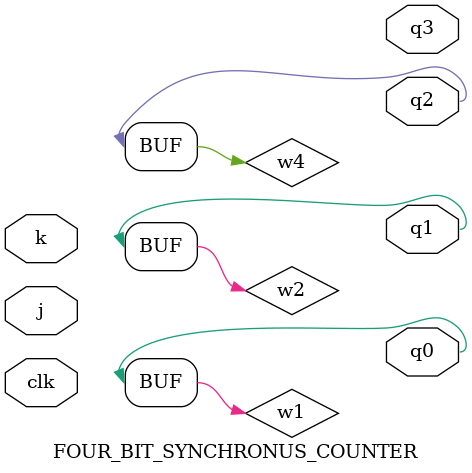
<source format=v>
module J_K_FLIPFLOP(q, clk, j, k);
    input clk, j, k;
    output q;
    reg q;
	
	initial q = 0;
    always @ (posedge clk)
    begin	
		if (j && k)
            q <= ~q;
		else if (!j && !k)
			q <= q;
        else if (j && !k)
            q <= 1;
        else if (!j && k)
            q <= 0;
    end
endmodule

module FOUR_BIT_SYNCHRONUS_COUNTER(q3, q2, q1, q0, clk, j, k);
    input clk, j, k;
    output reg q3, q2, q1, q0;
    wire w1, w2, w3, w4, w5;
    
    J_K_FLIPFLOP jkff1(clk, j, k, w1);
	assign q0 = w1;
	
    J_K_FLIPFLOP jkff2(clk, w1, w1, w2);
	assign q1 = w2;
    
    assign w3 = w2 & w1;
    J_K_FLIPFLOP jkff3(clk, w3, w3, w4);
	assign q2 = w4;
    
    assign w5 = w3 & w4;
    J_K_FLIPFLOP jkff4(clk, w5, w5, q3);
endmodule
</source>
